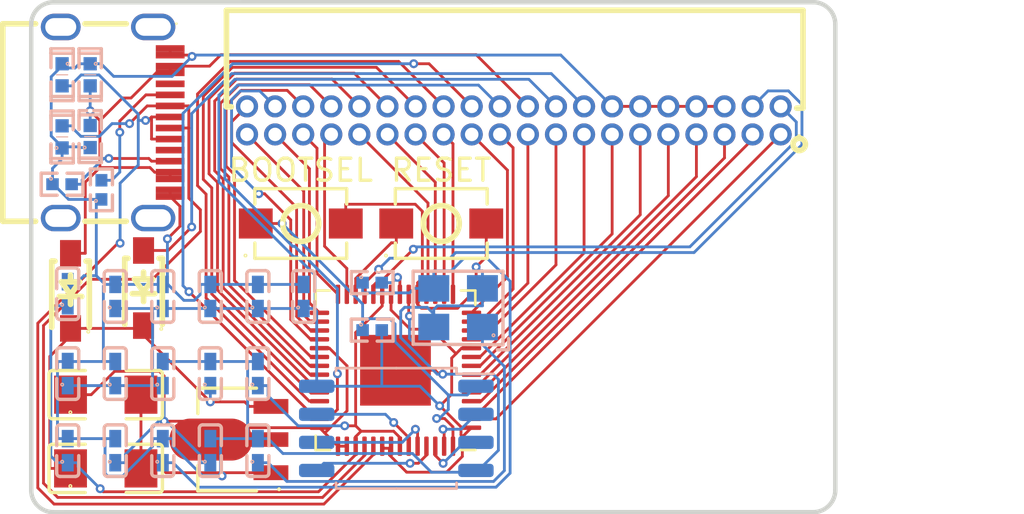
<source format=kicad_pcb>
(kicad_pcb (version 20221018) (generator pcbnew)
  (title_block (title "xtrapico") (date "2024-02-10") (rev "rev0") (company "zeriyoshi") (comment 1 "https://github.com/Breadstick-Innovations/22008-RP2040-Dev-Board.git") (comment 2 "Based by 22008-RP2040-Dev-Board"))
  (layers (0 "F.Cu" signal) (31 "B.Cu" signal) (34 "B.Paste" user) (35 "F.Paste" user) (36 "B.SilkS" user "B.Silkscreen") (37 "F.SilkS" user "F.Silkscreen") (38 "B.Mask" user) (39 "F.Mask" user) (44 "Edge.Cuts" user))
  (net 0 "")
  (net 1 "Net-(XTRAPI_U3-XIN)")
  (net 2 "GND")
  (net 3 "/+3V3")
  (net 4 "Net-(XTRAPI_X1-OSC2)")
  (net 5 "+1V1")
  (net 6 "Net-(XTRAPI_U4-INPUT)")
  (net 7 "/BOOTSEL")
  (net 8 "Net-(XTRAPI_U3-XOUT)")
  (net 9 "Net-(XTRAPI_U2-DO(IO1))")
  (net 10 "Net-(XTRAPI_U2-IO2)")
  (net 11 "Net-(XTRAPI_U2-DI(IO0))")
  (net 12 "Net-(XTRAPI_U2-CLK)")
  (net 13 "Net-(XTRAPI_U2-IO3)")
  (net 14 "/GPIO0")
  (net 15 "/GPIO1")
  (net 16 "/GPIO2")
  (net 17 "/GPIO3")
  (net 18 "/GPIO4")
  (net 19 "/GPIO5")
  (net 20 "/GPIO6")
  (net 21 "/GPIO7")
  (net 22 "/GPIO8")
  (net 23 "/GPIO9")
  (net 24 "/GPIO10")
  (net 25 "/GPIO11")
  (net 26 "/GPIO12")
  (net 27 "/GPIO13")
  (net 28 "/GPIO14")
  (net 29 "/GPIO15")
  (net 30 "/SWCLK")
  (net 31 "/SWD")
  (net 32 "/RUN")
  (net 33 "/GPIO16")
  (net 34 "/GPIO17")
  (net 35 "/GPIO18")
  (net 36 "/GPIO19")
  (net 37 "/GPIO20")
  (net 38 "/GPIO21")
  (net 39 "/GPIO22")
  (net 40 "/GPIO23")
  (net 41 "/GPIO24")
  (net 42 "/GPIO25")
  (net 43 "/GPIO26_ADC0")
  (net 44 "/GPIO27_ADC1")
  (net 45 "/GPIO28_ADC2")
  (net 46 "/GPIO29_ADC3")
  (net 47 "/USB_DN")
  (net 48 "/USB_DP")
  (net 49 "/VSYS")
  (net 50 "/VBUS")
  (net 52 "Net-(XTRA_J1-CC1)")
  (net 54 "Net-(XTRA_J1-CC2)")
  (footprint "JLCPCB:C1206" (layer "F.Cu") (at 18.2296 35.5956)
    (fp_text reference "XTRAPI_C14" hide)
    (fp_text value "CL31A107MQHNNNE" hide)
  )
  (footprint "JLCPCB:USB-C_SMD-TYPE-C-31-M-12" (layer "F.Cu") (at 18.669 19.939 -90)
    (fp_text reference "XTRA_J1" hide)
    (fp_text value "TYPE-C-31-M-12" hide)
  )
  (footprint "JLCPCB:CONN-TH_40P_X1321FR-2X20-C43D24" (layer "F.Cu") (at 36.6834 19.8439 180)
    (fp_text reference "XTRA_U5" hide)
    (fp_text value "X1321FR-2X20-C43D24" hide)
  )
  (footprint "JLCPCB:SOT-89-3_L4.5-W2.5-P1.50-LS4.2-BR" (layer "F.Cu") (at 24.3432 34.2899)
    (fp_text reference "XTRAPI_U4" hide)
    (fp_text value "AZ1117R-3_3TRE1" hide)
  )
  (footprint "JLCPCB:SW-SMD_L4.0-W2.9-LS5.0" (layer "F.Cu") (at 33.401 24.511)
    (fp_text reference "XTRA_SW_RESET1" hide)
    (fp_text value "TSA343G00-250J2" hide)
  )
  (footprint "JLCPCB:SOD-123_L2.7-W1.6-LS3.7-RD-1" (layer "F.Cu") (at 16.637 27.559 90)
    (fp_text reference "XTRAPI_U7" hide)
    (fp_text value "B5819W_C8598" hide)
  )
  (footprint "Package_DFN_QFN:QFN-56-1EP_7x7mm_P0.4mm_EP3.2x3.2mm" (layer "F.Cu") (at 31.331 31.153 180)
    (fp_text reference "XTRAPI_U3" hide)
    (fp_text value "RP2040" hide)
  )
  (footprint "JLCPCB:C1206" (layer "F.Cu") (at 18.2296 32.258)
    (fp_text reference "XTRAPI_C4" hide)
    (fp_text value "CL31A107MQHNNNE" hide)
  )
  (footprint "JLCPCB:SOD-123_L2.7-W1.6-LS3.7-RD-1" (layer "F.Cu") (at 19.939 27.432 90)
    (fp_text reference "XTRAPI_U6" hide)
    (fp_text value "B5819W_C8598" hide)
  )
  (footprint "JLCPCB:SW-SMD_L4.0-W2.9-LS5.0" (layer "F.Cu") (at 27.0479 24.511)
    (fp_text reference "XTRA_SW_BOOTSEL1" hide)
    (fp_text value "TSA343G00-250J2" hide)
  )
  (footprint "Package_SO:SOIC-8_5.23x5.23mm_P1.27mm" (layer "B.Cu") (at 31.369 33.782 180)
    (fp_text reference "XTRAPI_U2" hide)
    (fp_text value "W25Q128JVS" hide)
  )
  (footprint "JLCPCB:C0402" (layer "B.Cu") (at 27.178 27.813 90)
    (fp_text reference "XTRAPI_C13" hide)
    (fp_text value "CL05A106MQ5NUNC" hide)
  )
  (footprint "JLCPCB:C0402" (layer "B.Cu") (at 16.51 34.7926 90)
    (fp_text reference "XTRAPI_C6" hide)
    (fp_text value "CL05A106MQ5NUNC" hide)
  )
  (footprint "JLCPCB:C0402" (layer "B.Cu") (at 18.6596 27.813 90)
    (fp_text reference "XTRAPI_C18" hide)
    (fp_text value "CL05A106MQ5NUNC" hide)
  )
  (footprint "JLCPCB:C0402" (layer "B.Cu") (at 20.8092 27.813 90)
    (fp_text reference "XTRAPI_C17" hide)
    (fp_text value "CL05A106MQ5NUNC" hide)
  )
  (footprint "JLCPCB:R0402" (layer "B.Cu") (at 30.2778 29.337)
    (fp_text reference "XTRAPI_R2" hide)
    (fp_text value "0402WGF1002TCE" hide)
  )
  (footprint "JLCPCB:C0402" (layer "B.Cu") (at 16.51 31.3028 90)
    (fp_text reference "XTRAPI_C12" hide)
    (fp_text value "CL05A106MQ5NUNC" hide)
  )
  (footprint "JLCPCB:C0402" (layer "B.Cu") (at 22.9588 31.3028 90)
    (fp_text reference "XTRAPI_C9" hide)
    (fp_text value "CL05A106MQ5NUNC" hide)
  )
  (footprint "JLCPCB:C0402" (layer "B.Cu") (at 25.1084 27.813 90)
    (fp_text reference "XTRAPI_C15" hide)
    (fp_text value "CL05A106MQ5NUNC" hide)
  )
  (footprint "JLCPCB:C0402" (layer "B.Cu") (at 18.6596 34.7926 90)
    (fp_text reference "XTRAPI_C5" hide)
    (fp_text value "CL05A106MQ5NUNC" hide)
  )
  (footprint "JLCPCB:C0402" (layer "B.Cu") (at 25.1084 31.3028 90)
    (fp_text reference "XTRAPI_C8" hide)
    (fp_text value "CL05A106MQ5NUNC" hide)
  )
  (footprint "JLCPCB:D0402-BI" (layer "B.Cu") (at 17.526 20.574 90)
    (fp_text reference "XTRA_D1" hide)
    (fp_text value "0402ESDA-05N" hide)
  )
  (footprint "JLCPCB:R0402" (layer "B.Cu") (at 16.256 22.733)
    (fp_text reference "XTRA_R1" hide)
    (fp_text value "0402WGF5101TCE" hide)
  )
  (footprint "JLCPCB:D0402-BI" (layer "B.Cu") (at 17.526 17.78 -90)
    (fp_text reference "XTRA_D2" hide)
    (fp_text value "0402ESDA-05N" hide)
  )
  (footprint "JLCPCB:C0402" (layer "B.Cu") (at 22.9588 27.813 90)
    (fp_text reference "XTRAPI_C16" hide)
    (fp_text value "CL05A106MQ5NUNC" hide)
  )
  (footprint "JLCPCB:OSC-SMD_4P-L3.2-W2.5-BL" (layer "B.Cu") (at 34.163 28.321 180)
    (fp_text reference "XTRAPI_X1" hide)
    (fp_text value "X322512MSB4SI" hide)
  )
  (footprint "JLCPCB:D0402-BI" (layer "B.Cu") (at 16.256 20.59 90)
    (fp_text reference "XTRA_D4" hide)
    (fp_text value "0402ESDA-05N" hide)
  )
  (footprint "JLCPCB:R0402" (layer "B.Cu") (at 30.2778 27.1874)
    (fp_text reference "XTRAPI_R4" hide)
    (fp_text value "0402WGF1001TCE" hide)
  )
  (footprint "JLCPCB:C0402" (layer "B.Cu") (at 20.8092 34.7926 90)
    (fp_text reference "XTRAPI_C3" hide)
    (fp_text value "0402CG300J500NT" hide)
  )
  (footprint "JLCPCB:R0402" (layer "B.Cu") (at 18.034 22.987 90)
    (fp_text reference "XTRA_R3" hide)
    (fp_text value "0402WGF5101TCE" hide)
  )
  (footprint "JLCPCB:C0402" (layer "B.Cu") (at 22.9588 34.7926 90)
    (fp_text reference "XTRAPI_C2" hide)
    (fp_text value "CL05A106MQ5NUNC" hide)
  )
  (footprint "JLCPCB:C0402" (layer "B.Cu") (at 16.51 27.6886 90)
    (fp_text reference "XTRAPI_C7" hide)
    (fp_text value "CL05A106MQ5NUNC" hide)
  )
  (footprint "JLCPCB:C0402" (layer "B.Cu") (at 18.6596 31.3028 90)
    (fp_text reference "XTRAPI_C11" hide)
    (fp_text value "CL05A106MQ5NUNC" hide)
  )
  (footprint "JLCPCB:C0402" (layer "B.Cu") (at 25.1084 34.7926 90)
    (fp_text reference "XTRAPI_C1" hide)
    (fp_text value "0402CG300J500NT" hide)
  )
  (footprint "JLCPCB:D0402-BI" (layer "B.Cu") (at 16.256 17.78 -90)
    (fp_text reference "XTRA_D3" hide)
    (fp_text value "0402ESDA-05N" hide)
  )
  (footprint "JLCPCB:C0402" (layer "B.Cu") (at 20.8092 31.3028 90)
    (fp_text reference "XTRAPI_C10" hide)
    (fp_text value "CL05A106MQ5NUNC" hide)
  )
  (gr_arc (start 50.219893 14.494) (mid 50.927 14.786893) (end 51.219893 15.494) (stroke (width 0.2)) (layer "Edge.Cuts"))
  (gr_arc (start 51.219893 36.576) (mid 50.927 37.283107) (end 50.219893 37.576) (stroke (width 0.2)) (layer "Edge.Cuts"))
  (gr_line (start 50.219893 37.576) (end 15.859 37.579) (stroke (width 0.2)) (layer "Edge.Cuts"))
  (gr_line (start 51.219893 36.576) (end 51.219893 15.494) (stroke (width 0.2)) (layer "Edge.Cuts"))
  (gr_line (start 14.859 36.576) (end 14.859 15.497) (stroke (width 0.2)) (layer "Edge.Cuts"))
  (gr_arc (start 14.859 15.497) (mid 15.151892 14.789892) (end 15.859 14.497) (stroke (width 0.2)) (layer "Edge.Cuts"))
  (gr_line (start 15.859 14.497) (end 50.219893 14.494) (stroke (width 0.2)) (layer "Edge.Cuts"))
  (gr_arc (start 15.859 37.576) (mid 15.151889 37.283111) (end 14.859 36.576) (stroke (width 0.2)) (layer "Edge.Cuts"))
  (segment (start 31.931 28.6686) (end 31.9636 28.7012) (width 0.127) (layer "F.Cu") (net 1))
  (segment (start 31.931 27.7155) (end 31.931 28.6686) (width 0.127) (layer "F.Cu") (net 1))
  (via (at 31.9636 28.7012) (size 0.4) (drill 0.2) (layers "F.Cu" "B.Cu") (net 1))
  (segment (start 36.2554 30.9807) (end 36.2554 35.695) (width 0.127) (layer "B.Cu") (net 1))
  (segment (start 35.7654 36.185) (end 26.4181 36.185) (width 0.127) (layer "B.Cu") (net 1))
  (segment (start 25.1084 35.3377) (end 25.5708 35.3377) (width 0.127) (layer "B.Cu") (net 1))
  (segment (start 35.2631 29.196) (end 35.2631 29.9884) (width 0.127) (layer "B.Cu") (net 1))
  (segment (start 26.4181 36.185) (end 25.5708 35.3377) (width 0.127) (layer "B.Cu") (net 1))
  (segment (start 31.9636 29.7116) (end 31.9636 28.7012) (width 0.127) (layer "B.Cu") (net 1))
  (segment (start 36.2554 35.695) (end 35.7654 36.185) (width 0.127) (layer "B.Cu") (net 1))
  (segment (start 35.2631 29.9884) (end 32.2404 29.9884) (width 0.127) (layer "B.Cu") (net 1))
  (segment (start 32.2404 29.9884) (end 31.9636 29.7116) (width 0.127) (layer "B.Cu") (net 1))
  (segment (start 35.2631 29.9884) (end 36.2554 30.9807) (width 0.127) (layer "B.Cu") (net 1))
  (segment (start 21.1431 16.889) (end 21.9855 16.889) (width 0.127) (layer "F.Cu") (net 2))
  (segment (start 20.9514 35.7899) (end 20.7571 35.5956) (width 0.127) (layer "F.Cu") (net 2))
  (segment (start 42.3988 19.209) (end 43.6688 19.209) (width 0.127) (layer "F.Cu") (net 2))
  (segment (start 33.3 31.3296) (end 33.1234 31.153) (width 0.127) (layer "F.Cu") (net 2))
  (segment (start 32.5455 26.9796) (end 32.331 27.1941) (width 0.127) (layer "F.Cu") (net 2))
  (segment (start 29.083 24.511) (end 29.083 23.6386) (width 0.127) (layer "F.Cu") (net 2))
  (segment (start 22.0708 16.889) (end 22.1311 16.9493) (width 0.127) (layer "F.Cu") (net 2))
  (segment (start 23.4906 35.7899) (end 20.9514 35.7899) (width 0.127) (layer "F.Cu") (net 2))
  (segment (start 21.9855 16.889) (end 22.0708 16.889) (width 0.127) (layer "F.Cu") (net 2))
  (segment (start 19.8222 35.5956) (end 19.8222 34.5392) (width 0.127) (layer "F.Cu") (net 2))
  (segment (start 19.8222 35.5956) (end 20.7571 35.5956) (width 0.127) (layer "F.Cu") (net 2))
  (segment (start 32.331 28.1702) (end 32.331 27.7155) (width 0.127) (layer "F.Cu") (net 2))
  (segment (start 35.4361 26.0194) (end 34.9788 26.4767) (width 0.127) (layer "F.Cu") (net 2))
  (segment (start 41.1288 19.209) (end 42.3988 19.209) (width 0.127) (layer "F.Cu") (net 2))
  (segment (start 43.6688 19.209) (end 44.939 19.209) (width 0.127) (layer "F.Cu") (net 2))
  (segment (start 32.331 27.1941) (end 32.331 27.7155) (width 0.127) (layer "F.Cu") (net 2))
  (segment (start 21.1431 16.889) (end 21.1431 16.589) (width 0.127) (layer "F.Cu") (net 2))
  (segment (start 25.6994 35.7899) (end 23.4906 35.7899) (width 0.127) (layer "F.Cu") (net 2))
  (segment (start 23.4906 35.7899) (end 23.4906 35.9361) (width 0.127) (layer "F.Cu") (net 2))
  (segment (start 21.0182 25.2053) (end 21.5825 24.641) (width 0.127) (layer "F.Cu") (net 2))
  (segment (start 29.083 23.6386) (end 32.2264 23.6386) (width 0.127) (layer "F.Cu") (net 2))
  (segment (start 34.9788 26.4767) (end 34.9788 27.5052) (width 0.127) (layer "F.Cu") (net 2))
  (segment (start 21.1431 22.989) (end 21.1431 23.289) (width 0.127) (layer "F.Cu") (net 2))
  (segment (start 21.5825 24.641) (end 21.5825 23.7284) (width 0.127) (layer "F.Cu") (net 2))
  (segment (start 34.9788 27.5052) (end 34.1358 28.3482) (width 0.127) (layer "F.Cu") (net 2))
  (segment (start 32.5455 23.9577) (end 32.5455 26.9796) (width 0.127) (layer "F.Cu") (net 2))
  (segment (start 31.331 31.153) (end 33.1234 31.153) (width 0.127) (layer "F.Cu") (net 2))
  (segment (start 33.4665 31.3296) (end 33.3 31.3296) (width 0.127) (layer "F.Cu") (net 2))
  (segment (start 34.1358 28.3482) (end 32.509 28.3482) (width 0.127) (layer "F.Cu") (net 2))
  (segment (start 35.4361 24.511) (end 35.4361 26.0194) (width 0.127) (layer "F.Cu") (net 2))
  (segment (start 32.509 28.3482) (end 32.331 28.1702) (width 0.127) (layer "F.Cu") (net 2))
  (segment (start 32.2264 23.6386) (end 32.5455 23.9577) (width 0.127) (layer "F.Cu") (net 2))
  (segment (start 19.8222 32.258) (end 19.8222 34.5392) (width 0.127) (layer "F.Cu") (net 2))
  (segment (start 44.939 19.209) (end 46.209 19.209) (width 0.127) (layer "F.Cu") (net 2))
  (segment (start 21.5825 23.7284) (end 21.1431 23.289) (width 0.127) (layer "F.Cu") (net 2))
  (via (at 34.9788 26.4767) (size 0.4) (drill 0.2) (layers "F.Cu" "B.Cu") (net 2))
  (via (at 23.4906 35.9361) (size 0.4) (drill 0.2) (layers "F.Cu" "B.Cu") (net 2))
  (via (at 22.1311 16.9493) (size 0.4) (drill 0.2) (layers "F.Cu" "B.Cu") (net 2))
  (via (at 33.4665 31.3296) (size 0.4) (drill 0.2) (layers "F.Cu" "B.Cu") (net 2))
  (via (at 21.0182 25.2053) (size 0.4) (drill 0.2) (layers "F.Cu" "B.Cu") (net 2))
  (segment (start 21.2716 34.5943) (end 21.2716 34.2475) (width 0.127) (layer "B.Cu") (net 2))
  (segment (start 23.4212 27.2679) (end 24.646 27.2679) (width 0.127) (layer "B.Cu") (net 2))
  (segment (start 17.8028 26.872) (end 18.1987 27.2679) (width 0.127) (layer "B.Cu") (net 2))
  (segment (start 35.1557 26.6536) (end 34.9788 26.4767) (width 0.127) (layer "B.Cu") (net 2))
  (segment (start 34.8873 35.7687) (end 34.969 35.687) (width 0.127) (layer "B.Cu") (net 2))
  (segment (start 21.7621 27.9896) (end 22.2371 27.9896) (width 0.127) (layer "B.Cu") (net 2))
  (segment (start 33.2281 28.2384) (end 33.0629 28.4036) (width 0.127) (layer "B.Cu") (net 2))
  (segment (start 24.646 30.7577) (end 22.9588 30.7577) (width 0.127) (layer "B.Cu") (net 2))
  (segment (start 20.3468 34.2475) (end 20.3468 34.5943) (width 0.127) (layer "B.Cu") (net 2))
  (segment (start 23.489 35.9361) (end 23.4906 35.9361) (width 0.127) (layer "B.Cu") (net 2))
  (segment (start 22.9588 27.2679) (end 22.4964 27.2679) (width 0.127) (layer "B.Cu") (net 2))
  (segment (start 31.7418 28.3055) (end 32.7667 28.3055) (width 0.127) (layer "B.Cu") (net 2))
  (segment (start 33.4665 31.3296) (end 33.2197 31.3296) (width 0.127) (layer "B.Cu") (net 2))
  (segment (start 18.6596 27.2679) (end 18.1987 27.2679) (width 0.127) (layer "B.Cu") (net 2))
  (segment (start 16.256 21.5824) (end 15.8232 22.0152) (width 0.127) (layer "B.Cu") (net 2))
  (segment (start 31.568 28.4793) (end 31.7418 28.3055) (width 0.127) (layer "B.Cu") (net 2))
  (segment (start 24.646 34.2475) (end 23.4212 34.2475) (width 0.127) (layer "B.Cu") (net 2))
  (segment (start 32.9532 35.7687) (end 34.8873 35.7687) (width 0.127) (layer "B.Cu") (net 2))
  (segment (start 18.3172 35.9428) (end 18.1972 35.8228) (width 0.127) (layer "B.Cu") (net 2))
  (segment (start 25.1084 30.7577) (end 24.646 30.7577) (width 0.127) (layer "B.Cu") (net 2))
  (segment (start 16.256 21.0404) (end 17 21.0404) (width 0.127) (layer "B.Cu") (net 2))
  (segment (start 16.5507 23.4198) (end 17.5716 23.4198) (width 0.127) (layer "B.Cu") (net 2))
  (segment (start 35.2631 26.6536) (end 35.1557 26.6536) (width 0.127) (layer "B.Cu") (net 2))
  (segment (start 18.1972 35.8228) (end 18.1972 34.2475) (width 0.127) (layer "B.Cu") (net 2))
  (segment (start 16.256 21.09) (end 16.256 21.0404) (width 0.127) (layer "B.Cu") (net 2))
  (segment (start 20.3468 34.5943) (end 18.9983 35.9428) (width 0.127) (layer "B.Cu") (net 2))
  (segment (start 22.9588 30.7577) (end 21.2716 30.7577) (width 0.127) (layer "B.Cu") (net 2))
  (segment (start 16.256 17.3751) (end 16.256 17.4702) (width 0.127) (layer "B.Cu") (net 2))
  (segment (start 23.4212 35.8683) (end 23.489 35.9361) (width 0.127) (layer "B.Cu") (net 2))
  (segment (start 16.2788 30.7577) (end 16.51 30.7577) (width 0.127) (layer "B.Cu") (net 2))
  (segment (start 33.2197 31.3296) (end 31.568 29.6779) (width 0.127) (layer "B.Cu") (net 2))
  (segment (start 18.5884 17.85) (end 18.0184 17.28) (width 0.127) (layer "B.Cu") (net 2))
  (segment (start 22.4964 27.7303) (end 22.4964 27.2679) (width 0.127) (layer "B.Cu") (net 2))
  (segment (start 20.6936 27.2679) (end 20.3468 27.2679) (width 0.127) (layer "B.Cu") (net 2))
  (segment (start 18.9983 35.9428) (end 18.3172 35.9428) (width 0.127) (layer "B.Cu") (net 2))
  (segment (start 15.8232 22.0152) (end 15.8232 22.6402) (width 0.127) (layer "B.Cu") (net 2))
  (segment (start 15.8232 22.6923) (end 16.5507 23.4198) (width 0.127) (layer "B.Cu") (net 2))
  (segment (start 35.2631 27.446) (end 35.2631 26.6536) (width 0.127) (layer "B.Cu") (net 2))
  (segment (start 16.256 17.3751) (end 15.7636 17.8675) (width 0.127) (layer "B.Cu") (net 2))
  (segment (start 22.1941 16.8863) (end 22.1311 16.9493) (width 0.127) (layer "B.Cu") (net 2))
  (segment (start 16.256 17.4702) (end 16.8434 17.4702) (width 0.127) (layer "B.Cu") (net 2))
  (segment (start 16.51 30.7577) (end 18.122 30.7577) (width 0.127) (layer "B.Cu") (net 2))
  (segment (start 35.9845 34.778) (end 35.0755 35.687) (width 0.127) (layer "B.Cu") (net 2))
  (segment (start 22.2371 27.9896) (end 22.4964 27.7303) (width 0.127) (layer "B.Cu") (net 2))
  (segment (start 16.256 17.28) (end 16.256 17.3751) (width 0.127) (layer "B.Cu") (net 2))
  (segment (start 35.9845 31.567) (end 35.9845 34.778) (width 0.127) (layer "B.Cu") (net 2))
  (segment (start 25.5708 34.2475) (end 26.244 34.9207) (width 0.127) (layer "B.Cu") (net 2))
  (segment (start 16.0476 34.2475) (end 16.0476 30.7577) (width 0.127) (layer "B.Cu") (net 2))
  (segment (start 17.526 17.28) (end 17.0336 17.28) (width 0.127) (layer "B.Cu") (net 2))
  (segment (start 20.8092 34.2475) (end 20.3468 34.2475) (width 0.127) (layer "B.Cu") (net 2))
  (segment (start 15.8232 22.6402) (end 15.8232 22.733) (width 0.127) (layer "B.Cu") (net 2))
  (segment (start 16.51 34.2475) (end 18.1972 34.2475) (width 0.127) (layer "B.Cu") (net 2))
  (segment (start 22.1311 16.9493) (end 21.2304 17.85) (width 0.127) (layer "B.Cu") (net 2))
  (segment (start 24.8772 34.2475) (end 25.1084 34.2475) (width 0.127) (layer "B.Cu") (net 2))
  (segment (start 18.6596 34.2475) (end 18.1972 34.2475) (width 0.127) (layer "B.Cu") (net 2))
  (segment (start 20.8092 34.2475) (end 21.2716 34.2475) (width 0.127) (layer "B.Cu") (net 2))
  (segment (start 20.8092 27.2679) (end 21.0404 27.2679) (width 0.127) (layer "B.Cu") (net 2))
  (segment (start 33.0629 28.6017) (end 33.0629 28.4036) (width 0.127) (layer "B.Cu") (net 2))
  (segment (start 17.2439 26.872) (end 16.9724 27.1435) (width 0.127) (layer "B.Cu") (net 2))
  (segment (start 38.8061 16.8863) (end 22.1941 16.8863) (width 0.127) (layer "B.Cu") (net 2))
  (segment (start 18.034 23.4198) (end 17.8028 23.4198) (width 0.127) (layer "B.Cu") (net 2))
  (segment (start 17.526 21.074) (end 17.0336 21.074) (width 0.127) (layer "B.Cu") (net 2))
  (segment (start 18.6596 27.2679) (end 19.122 27.2679) (width 0.127) (layer "B.Cu") (net 2))
  (segment (start 18.122 30.7577) (end 18.6596 30.7577) (width 0.127) (layer "B.Cu") (net 2))
  (segment (start 27.178 27.2679) (end 25.1084 27.2679) (width 0.127) (layer "B.Cu") (net 2))
  (segment (start 18.122 27.3446) (end 18.122 30.7577) (width 0.127) (layer "B.Cu") (net 2))
  (segment (start 32.1052 34.9207) (end 32.9532 35.7687) (width 0.127) (layer "B.Cu") (net 2))
  (segment (start 32.7667 28.3055) (end 33.0629 28.6017) (width 0.127) (layer "B.Cu") (net 2))
  (segment (start 23.4212 34.2475) (end 23.4212 35.8683) (width 0.127) (layer "B.Cu") (net 2))
  (segment (start 21.0182 27.2457) (end 21.0404 27.2679) (width 0.127) (layer "B.Cu") (net 2))
  (segment (start 41.1288 19.209) (end 38.8061 16.8863) (width 0.127) (layer "B.Cu") (net 2))
  (segment (start 17.526 17.28) (end 18.0184 17.28) (width 0.127) (layer "B.Cu") (net 2))
  (segment (start 17 21.0404) (end 17.0336 21.074) (width 0.127) (layer "B.Cu") (net 2))
  (segment (start 23.4212 35.8683) (end 23.3644 35.9251) (width 0.127) (layer "B.Cu") (net 2))
  (segment (start 16.51 27.1435) (end 16.9724 27.1435) (width 0.127) (layer "B.Cu") (net 2))
  (segment (start 35.2631 27.446) (end 35.2631 28.2384) (width 0.127) (layer "B.Cu") (net 2))
  (segment (start 23.3644 35.9251) (end 22.6024 35.9251) (width 0.127) (layer "B.Cu") (net 2))
  (segment (start 22.9588 34.2475) (end 23.4212 34.2475) (width 0.127) (layer "B.Cu") (net 2))
  (segment (start 20.8092 30.7577) (end 21.2716 30.7577) (width 0.127) (layer "B.Cu") (net 2))
  (segment (start 21.0404 27.2679) (end 21.7621 27.9896) (width 0.127) (layer "B.Cu") (net 2))
  (segment (start 33.4665 31.3296) (end 35.7471 31.3296) (width 0.127) (layer "B.Cu") (net 2))
  (segment (start 24.8772 34.2475) (end 24.646 34.2475) (width 0.127) (layer "B.Cu") (net 2))
  (segment (start 22.6024 35.9251) (end 21.2716 34.5943) (width 0.127) (layer "B.Cu") (net 2))
  (segment (start 35.0755 35.687) (end 34.969 35.687) (width 0.127) (layer "B.Cu") (net 2))
  (segment (start 24.646 30.7577) (end 24.646 34.2475) (width 0.127) (layer "B.Cu") (net 2))
  (segment (start 21.0182 25.2053) (end 21.0182 27.2457) (width 0.127) (layer "B.Cu") (net 2))
  (segment (start 15.7636 20.548) (end 16.256 21.0404) (width 0.127) (layer "B.Cu") (net 2))
  (segment (start 15.7636 17.8675) (end 15.7636 20.548) (width 0.127) (layer "B.Cu") (net 2))
  (segment (start 18.1987 27.2679) (end 18.122 27.3446) (width 0.127) (layer "B.Cu") (net 2))
  (segment (start 26.244 34.9207) (end 32.1052 34.9207) (width 0.127) (layer "B.Cu") (net 2))
  (segment (start 16.8434 17.4702) (end 17.0336 17.28) (width 0.127) (layer "B.Cu") (net 2))
  (segment (start 19.122 27.2679) (end 20.3468 27.2679) (width 0.127) (layer "B.Cu") (net 2))
  (segment (start 25.1084 27.2679) (end 24.646 27.2679) (width 0.127) (layer "B.Cu") (net 2))
  (segment (start 33.0629 29.196) (end 33.0629 28.7998) (width 0.127) (layer "B.Cu") (net 2))
  (segment (start 25.1084 34.2475) (end 25.5708 34.2475) (width 0.127) (layer "B.Cu") (net 2))
  (segment (start 20.6936 27.2679) (end 20.8092 27.2679) (width 0.127) (layer "B.Cu") (net 2))
  (segment (start 21.2304 17.85) (end 18.5884 17.85) (width 0.127) (layer "B.Cu") (net 2))
  (segment (start 33.0629 28.7998) (end 33.0629 28.6017) (width 0.127) (layer "B.Cu") (net 2))
  (segment (start 17.8028 23.4198) (end 17.8028 26.872) (width 0.127) (layer "B.Cu") (net 2))
  (segment (start 22.9588 27.2679) (end 23.4212 27.2679) (width 0.127) (layer "B.Cu") (net 2))
  (segment (start 16.51 34.2475) (end 16.0476 34.2475) (width 0.127) (layer "B.Cu") (net 2))
  (segment (start 17.8028 26.872) (end 17.2439 26.872) (width 0.127) (layer "B.Cu") (net 2))
  (segment (start 15.8232 22.6402) (end 15.8232 22.6923) (width 0.127) (layer "B.Cu") (net 2))
  (segment (start 16.256 21.09) (end 16.256 21.5824) (width 0.127) (layer "B.Cu") (net 2))
  (segment (start 35.2631 28.2384) (end 33.2281 28.2384) (width 0.127) (layer "B.Cu") (net 2))
  (segment (start 17.8028 23.4198) (end 17.5716 23.4198) (width 0.127) (layer "B.Cu") (net 2))
  (segment (start 31.568 29.6779) (end 31.568 28.4793) (width 0.127) (layer "B.Cu") (net 2))
  (segment (start 16.2788 30.7577) (end 16.0476 30.7577) (width 0.127) (layer "B.Cu") (net 2))
  (segment (start 35.7471 31.3296) (end 35.9845 31.567) (width 0.127) (layer "B.Cu") (net 2))
  (segment (start 33.3459 32.7636) (end 33.3282 32.7636) (width 0.127) (layer "F.Cu") (net 3))
  (segment (start 34.7685 33.753) (end 34.381 34.1405) (width 0.127) (layer "F.Cu") (net 3))
  (segment (start 34.3548 34.1405) (end 34.3548 35.053) (width 0.127) (layer "F.Cu") (net 3))
  (segment (start 28.1355 33.995) (end 29.1414 32.9891) (width 0.127) (layer "F.Cu") (net 3))
  (segment (start 31.131 27.7155) (end 31.131 28.4301) (width 0.127) (layer "F.Cu") (net 3))
  (segment (start 34.2942 33.7179) (end 33.3459 32.7696) (width 0.127) (layer "F.Cu") (net 3))
  (segment (start 31.8373 35.7672) (end 31.0557 34.9856) (width 0.127) (layer "F.Cu") (net 3))
  (segment (start 33.6406 35.7672) (end 31.8373 35.7672) (width 0.127) (layer "F.Cu") (net 3))
  (segment (start 29.1414 30.9533) (end 28.3411 30.153) (width 0.127) (layer "F.Cu") (net 3))
  (segment (start 33.3459 32.7696) (end 33.3459 32.7636) (width 0.127) (layer "F.Cu") (net 3))
  (segment (start 20.6573 31.2016) (end 18.6283 31.2016) (width 0.127) (layer "F.Cu") (net 3))
  (segment (start 32.9622 29.2957) (end 34.0701 30.4035) (width 0.127) (layer "F.Cu") (net 3))
  (segment (start 34.0701 30.4035) (end 34.3206 30.153) (width 0.127) (layer "F.Cu") (net 3))
  (segment (start 29.131 34.5905) (end 28.731 34.5905) (width 0.127) (layer "F.Cu") (net 3))
  (segment (start 27.8935 33.753) (end 28.1355 33.995) (width 0.127) (layer "F.Cu") (net 3))
  (segment (start 33.8729 30.6007) (end 34.0701 30.4035) (width 0.127) (layer "F.Cu") (net 3))
  (segment (start 20.87 31.4143) (end 20.6573 31.2016) (width 0.127) (layer "F.Cu") (net 3))
  (segment (start 33.8729 32.2366) (end 33.8729 30.6007) (width 0.127) (layer "F.Cu") (net 3))
  (segment (start 22.157 33.46) (end 20.87 33.46) (width 0.127) (layer "F.Cu") (net 3))
  (segment (start 31.0557 34.6845) (end 30.825 34.6845) (width 0.127) (layer "F.Cu") (net 3))
  (segment (start 23.524 33.753) (end 22.987 34.29) (width 0.127) (layer "F.Cu") (net 3))
  (segment (start 31.9966 29.2957) (end 32.9622 29.2957) (width 0.127) (layer "F.Cu") (net 3))
  (segment (start 29.1414 32.9891) (end 29.1414 30.9533) (width 0.127) (layer "F.Cu") (net 3))
  (segment (start 18.6283 31.2016) (end 17.5719 32.258) (width 0.127) (layer "F.Cu") (net 3))
  (segment (start 20.87 33.46) (end 20.87 31.4143) (width 0.127) (layer "F.Cu") (net 3))
  (segment (start 33.3459 32.7636) (end 33.8729 32.2366) (width 0.127) (layer "F.Cu") (net 3))
  (segment (start 31.131 34.5905) (end 31.131 34.6092) (width 0.127) (layer "F.Cu") (net 3))
  (segment (start 34.3548 34.1405) (end 34.2942 34.0799) (width 0.127) (layer "F.Cu") (net 3))
  (segment (start 28.3411 30.153) (end 27.8935 30.153) (width 0.127) (layer "F.Cu") (net 3))
  (segment (start 34.3206 30.153) (end 34.7685 30.153) (width 0.127) (layer "F.Cu") (net 3))
  (segment (start 27.8935 33.753) (end 23.524 33.753) (width 0.127) (layer "F.Cu") (net 3))
  (segment (start 34.381 34.1405) (end 34.3548 34.1405) (width 0.127) (layer "F.Cu") (net 3))
  (segment (start 16.637 32.258) (end 17.5719 32.258) (width 0.127) (layer "F.Cu") (net 3))
  (segment (start 31.0557 34.9856) (end 31.0557 34.6845) (width 0.127) (layer "F.Cu") (net 3))
  (segment (start 31.131 34.6092) (end 31.0557 34.6845) (width 0.127) (layer "F.Cu") (net 3))
  (segment (start 30.825 34.6845) (end 30.731 34.5905) (width 0.127) (layer "F.Cu") (net 3))
  (segment (start 22.987 34.29) (end 22.157 33.46) (width 0.127) (layer "F.Cu") (net 3))
  (segment (start 28.1355 33.995) (end 28.731 34.5905) (width 0.127) (layer "F.Cu") (net 3))
  (segment (start 31.131 28.4301) (end 31.9966 29.2957) (width 0.127) (layer "F.Cu") (net 3))
  (segment (start 34.2942 34.0799) (end 34.2942 33.7179) (width 0.127) (layer "F.Cu") (net 3))
  (segment (start 34.3548 35.053) (end 33.6406 35.7672) (width 0.127) (layer "F.Cu") (net 3))
  (via (at 33.3282 32.7636) (size 0.4) (drill 0.2) (layers "F.Cu" "B.Cu") (net 3))
  (via (at 20.87 33.46) (size 0.4) (drill 0.2) (layers "F.Cu" "B.Cu") (net 3))
  (segment (start 25.1084 28.3581) (end 25.5708 28.3581) (width 0.127) (layer "B.Cu") (net 3))
  (segment (start 27.6967 26.8495) (end 27.6967 28.3003) (width 0.127) (layer "B.Cu") (net 3))
  (segment (start 38.5885 19.209) (end 37.3618 17.9823) (width 0.127) (layer "B.Cu") (net 3))
  (segment (start 27.769 28.4882) (end 27.6389 28.3581) (width 0.127) (layer "B.Cu") (net 3))
  (segment (start 27.6967 28.3003) (end 27.6389 28.3581) (width 0.127) (layer "B.Cu") (net 3))
  (segment (start 22.9588 28.3581) (end 22.7276 28.3581) (width 0.127) (layer "B.Cu") (net 3))
  (segment (start 20.87 32.4961) (end 20.8092 32.4353) (width 0.127) (layer "B.Cu") (net 3))
  (segment (start 21.2716 28.3581) (end 22.7276 28.3581) (width 0.127) (layer "B.Cu") (net 3))
  (segment (start 20.87 33.46) (end 20.87 32.4961) (width 0.127) (layer "B.Cu") (net 3))
  (segment (start 18.6596 31.8479) (end 19.122 31.8479) (width 0.127) (layer "B.Cu") (net 3))
  (segment (start 30.7106 31.877) (end 30.7106 29.337) (width 0.127) (layer "B.Cu") (net 3))
  (segment (start 27.769 31.877) (end 27.769 28.4882) (width 0.127) (layer "B.Cu") (net 3))
  (segment (start 20.3468 28.3581) (end 20.3468 31.8479) (width 0.127) (layer "B.Cu") (net 3))
  (segment (start 27.769 31.877) (end 30.7106 31.877) (width 0.127) (layer "B.Cu") (net 3))
  (segment (start 20.3468 31.8479) (end 19.122 31.8479) (width 0.127) (layer "B.Cu") (net 3))
  (segment (start 27.178 28.3581) (end 25.5708 28.3581) (width 0.127) (layer "B.Cu") (net 3))
  (segment (start 18.6596 28.3581) (end 19.122 28.3581) (width 0.127) (layer "B.Cu") (net 3))
  (segment (start 20.6205 33.46) (end 19.122 34.9585) (width 0.127) (layer "B.Cu") (net 3))
  (segment (start 20.8092 31.8479) (end 20.3468 31.8479) (width 0.127) (layer "B.Cu") (net 3))
  (segment (start 23.3454 18.7052) (end 23.3454 22.6327) (width 0.127) (layer "B.Cu") (net 3))
  (segment (start 27.178 28.3581) (end 27.576 28.3581) (width 0.127) (layer "B.Cu") (net 3))
  (segment (start 30.7106 31.877) (end 32.4416 31.877) (width 0.127) (layer "B.Cu") (net 3))
  (segment (start 20.8092 31.8479) (end 20.8092 32.4353) (width 0.127) (layer "B.Cu") (net 3))
  (segment (start 22.4964 35.3377) (end 22.4964 34.9765) (width 0.127) (layer "B.Cu") (net 3))
  (segment (start 20.8092 28.3581) (end 20.3468 28.3581) (width 0.127) (layer "B.Cu") (net 3))
  (segment (start 18.6596 31.8479) (end 16.51 31.8479) (width 0.127) (layer "B.Cu") (net 3))
  (segment (start 27.576 28.3581) (end 27.6389 28.3581) (width 0.127) (layer "B.Cu") (net 3))
  (segment (start 18.6596 35.3377) (end 19.122 35.3377) (width 0.127) (layer "B.Cu") (net 3))
  (segment (start 22.9588 28.3581) (end 25.1084 28.3581) (width 0.127) (layer "B.Cu") (net 3))
  (segment (start 20.87 33.46) (end 20.6205 33.46) (width 0.127) (layer "B.Cu") (net 3))
  (segment (start 26.729 26.0163) (end 26.8635 26.0163) (width 0.127) (layer "B.Cu") (net 3))
  (segment (start 20.3468 28.3581) (end 19.122 28.3581) (width 0.127) (layer "B.Cu") (net 3))
  (segment (start 20.8092 28.3581) (end 21.2716 28.3581) (width 0.127) (layer "B.Cu") (net 3))
  (segment (start 22.9588 35.3377) (end 22.4964 35.3377) (width 0.127) (layer "B.Cu") (net 3))
  (segment (start 26.8635 26.0163) (end 27.6967 26.8495) (width 0.127) (layer "B.Cu") (net 3))
  (segment (start 20.9799 33.46) (end 20.87 33.46) (width 0.127) (layer "B.Cu") (net 3))
  (segment (start 22.4964 34.9765) (end 20.9799 33.46) (width 0.127) (layer "B.Cu") (net 3))
  (segment (start 37.3618 17.9823) (end 24.0683 17.9823) (width 0.127) (layer "B.Cu") (net 3))
  (segment (start 32.4416 31.877) (end 33.3282 32.7636) (width 0.127) (layer "B.Cu") (net 3))
  (segment (start 24.0683 17.9823) (end 23.3454 18.7052) (width 0.127) (layer "B.Cu") (net 3))
  (segment (start 23.3454 22.6327) (end 26.729 26.0163) (width 0.127) (layer "B.Cu") (net 3))
  (segment (start 19.122 34.9585) (end 19.122 35.3377) (width 0.127) (layer "B.Cu") (net 3))
  (segment (start 29.845 27.6498) (end 31.9667 27.6498) (width 0.127) (layer "B.Cu") (net 4))
  (segment (start 22.3799 36.446) (end 21.2716 35.3377) (width 0.127) (layer "B.Cu") (net 4))
  (segment (start 29.845 27.1874) (end 29.845 27.6498) (width 0.127) (layer "B.Cu") (net 4))
  (segment (start 36.5144 35.8093) (end 35.8777 36.446) (width 0.127) (layer "B.Cu") (net 4))
  (segment (start 35.8777 36.446) (end 22.3799 36.446) (width 0.127) (layer "B.Cu") (net 4))
  (segment (start 31.9667 27.6498) (end 32.1705 27.446) (width 0.127) (layer "B.Cu") (net 4))
  (segment (start 33.0629 27.446) (end 32.1705 27.446) (width 0.127) (layer "B.Cu") (net 4))
  (segment (start 36.5144 27.125) (end 36.5144 35.8093) (width 0.127) (layer "B.Cu") (net 4))
  (segment (start 34.4259 26.083) (end 35.4724 26.083) (width 0.127) (layer "B.Cu") (net 4))
  (segment (start 35.4724 26.083) (end 36.5144 27.125) (width 0.127) (layer "B.Cu") (net 4))
  (segment (start 33.0629 27.446) (end 33.0629 26.6536) (width 0.127) (layer "B.Cu") (net 4))
  (segment (start 20.8092 35.3377) (end 21.2716 35.3377) (width 0.127) (layer "B.Cu") (net 4))
  (segment (start 33.0629 26.6536) (end 33.8553 26.6536) (width 0.127) (layer "B.Cu") (net 4))
  (segment (start 33.8553 26.6536) (end 34.4259 26.083) (width 0.127) (layer "B.Cu") (net 4))
  (segment (start 31.247 33.913) (end 29.7757 33.913) (width 0.127) (layer "F.Cu") (net 5))
  (segment (start 29.531 34.5905) (end 29.531 34.9711) (width 0.127) (layer "F.Cu") (net 5))
  (segment (start 29.7757 33.913) (end 29.531 34.1577) (width 0.127) (layer "F.Cu") (net 5))
  (segment (start 29.53 33.6673) (end 29.0355 33.6673) (width 0.127) (layer "F.Cu") (net 5))
  (segment (start 18.1156 36.652) (end 17.9781 36.5145) (width 0.127) (layer "F.Cu") (net 5))
  (segment (start 27.8501 36.652) (end 18.1156 36.652) (width 0.127) (layer "F.Cu") (net 5))
  (segment (start 31.531 34.5905) (end 31.531 34.197) (width 0.127) (layer "F.Cu") (net 5))
  (segment (start 29.531 34.9711) (end 27.8501 36.652) (width 0.127) (layer "F.Cu") (net 5))
  (segment (start 29.53 29.4447) (end 29.53 33.6673) (width 0.127) (layer "F.Cu") (net 5))
  (segment (start 30.731 28.2437) (end 29.53 29.4447) (width 0.127) (layer "F.Cu") (net 5))
  (segment (start 29.7757 33.913) (end 29.53 33.6673) (width 0.127) (layer "F.Cu") (net 5))
  (segment (start 30.731 27.7155) (end 30.731 28.2437) (width 0.127) (layer "F.Cu") (net 5))
  (segment (start 31.531 34.197) (end 31.247 33.913) (width 0.127) (layer "F.Cu") (net 5))
  (segment (start 29.531 34.1577) (end 29.531 34.5905) (width 0.127) (layer "F.Cu") (net 5))
  (via (at 29.0355 33.6673) (size 0.4) (drill 0.2) (layers "F.Cu" "B.Cu") (net 5))
  (via (at 17.9781 36.5145) (size 0.4) (drill 0.2) (layers "F.Cu" "B.Cu") (net 5))
  (segment (start 16.0476 35.3377) (end 15.7459 35.036) (width 0.127) (layer "B.Cu") (net 5))
  (segment (start 15.7459 28.5354) (end 16.0476 28.2337) (width 0.127) (layer "B.Cu") (net 5))
  (segment (start 25.1084 31.8479) (end 25.5708 31.8479) (width 0.127) (layer "B.Cu") (net 5))
  (segment (start 16.9724 35.3377) (end 16.9724 35.5088) (width 0.127) (layer "B.Cu") (net 5))
  (segment (start 16.51 35.3377) (end 16.0476 35.3377) (width 0.127) (layer "B.Cu") (net 5))
  (segment (start 15.7459 35.036) (end 15.7459 28.5354) (width 0.127) (layer "B.Cu") (net 5))
  (segment (start 25.5708 32.3103) (end 26.9278 33.6673) (width 0.127) (layer "B.Cu") (net 5))
  (segment (start 26.9278 33.6673) (end 29.0355 33.6673) (width 0.127) (layer "B.Cu") (net 5))
  (segment (start 16.51 28.2337) (end 16.0476 28.2337) (width 0.127) (layer "B.Cu") (net 5))
  (segment (start 25.5708 31.8479) (end 25.5708 32.3103) (width 0.127) (layer "B.Cu") (net 5))
  (segment (start 16.51 35.3377) (end 16.9724 35.3377) (width 0.127) (layer "B.Cu") (net 5))
  (segment (start 16.9724 35.5088) (end 17.9781 36.5145) (width 0.127) (layer "B.Cu") (net 5))
  (segment (start 15.7021 30.5276) (end 15.7021 35.5956) (width 0.127) (layer "F.Cu") (net 6))
  (segment (start 19.8357 29.259) (end 17.3044 29.259) (width 0.127) (layer "F.Cu") (net 6))
  (segment (start 19.8357 29.259) (end 19.8357 29.4602) (width 0.127) (layer "F.Cu") (net 6))
  (segment (start 16.637 29.259) (end 16.9707 29.259) (width 0.127) (layer "F.Cu") (net 6))
  (segment (start 16.9707 29.259) (end 15.7021 30.5276) (width 0.127) (layer "F.Cu") (net 6))
  (segment (start 19.8357 29.4602) (end 22.9588 32.5833) (width 0.127) (layer "F.Cu") (net 6))
  (segment (start 19.939 29.132) (end 19.8357 29.2353) (width 0.127) (layer "F.Cu") (net 6))
  (segment (start 16.637 35.5956) (end 15.7021 35.5956) (width 0.127) (layer "F.Cu") (net 6))
  (segment (start 16.9707 29.259) (end 17.3044 29.259) (width 0.127) (layer "F.Cu") (net 6))
  (segment (start 25.6994 32.7899) (end 24.7195 32.7899) (width 0.127) (layer "F.Cu") (net 6))
  (segment (start 24.5129 32.5833) (end 24.7195 32.7899) (width 0.127) (layer "F.Cu") (net 6))
  (segment (start 19.8357 29.2353) (end 19.8357 29.259) (width 0.127) (layer "F.Cu") (net 6))
  (segment (start 22.9588 32.5833) (end 24.5129 32.5833) (width 0.127) (layer "F.Cu") (net 6))
  (via (at 22.9588 32.5833) (size 0.4) (drill 0.2) (layers "F.Cu" "B.Cu") (net 6))
  (segment (start 22.9588 31.8479) (end 22.9588 32.5833) (width 0.127) (layer "B.Cu") (net 6))
  (segment (start 33.5499 33.3355) (end 33.931 33.7166) (width 0.127) (layer "F.Cu") (net 7))
  (segment (start 33.192 33.3355) (end 33.5499 33.3355) (width 0.127) (layer "F.Cu") (net 7))
  (segment (start 33.931 33.7166) (end 33.931 34.5905) (width 0.127) (layer "F.Cu") (net 7))
  (segment (start 25.9703 24.511) (end 26.2009 24.511) (width 0.127) (layer "F.Cu") (net 7))
  (segment (start 25.0129 24.511) (end 25.9703 24.511) (width 0.127) (layer "F.Cu") (net 7))
  (segment (start 26.2009 24.511) (end 26.2021 24.5098) (width 0.127) (layer "F.Cu") (net 7))
  (via (at 26.2021 24.5098) (size 0.4) (drill 0.2) (layers "F.Cu" "B.Cu") (net 7))
  (via (at 33.192 33.3355) (size 0.4) (drill 0.2) (layers "F.Cu" "B.Cu") (net 7))
  (segment (start 31.0717 28.8203) (end 31.3121 29.0607) (width 0.127) (layer "B.Cu") (net 7))
  (segment (start 31.3121 29.0607) (end 31.3121 29.862) (width 0.127) (layer "B.Cu") (net 7))
  (segment (start 29.845 28.8203) (end 29.845 28.1527) (width 0.127) (layer "B.Cu") (net 7))
  (segment (start 33.7207 32.2706) (end 34.5754 32.2706) (width 0.127) (layer "B.Cu") (net 7))
  (segment (start 29.845 28.8203) (end 31.0717 28.8203) (width 0.127) (layer "B.Cu") (net 7))
  (segment (start 33.7207 32.9287) (end 33.3139 33.3355) (width 0.127) (layer "B.Cu") (net 7))
  (segment (start 29.845 29.337) (end 29.845 28.8203) (width 0.127) (layer "B.Cu") (net 7))
  (segment (start 33.3139 33.3355) (end 33.192 33.3355) (width 0.127) (layer "B.Cu") (net 7))
  (segment (start 33.7207 32.2706) (end 33.7207 32.9287) (width 0.127) (layer "B.Cu") (net 7))
  (segment (start 31.3121 29.862) (end 33.7207 32.2706) (width 0.127) (layer "B.Cu") (net 7))
  (segment (start 29.845 28.1527) (end 26.2021 24.5098) (width 0.127) (layer "B.Cu") (net 7))
  (segment (start 34.5754 32.2706) (end 34.969 31.877) (width 0.127) (layer "B.Cu") (net 7))
  (segment (start 31.531 27.7155) (end 31.531 27.0552) (width 0.127) (layer "F.Cu") (net 8))
  (segment (start 31.531 27.0552) (end 31.4245 26.9487) (width 0.127) (layer "F.Cu") (net 8))
  (via (at 31.4245 26.9487) (size 0.4) (drill 0.2) (layers "F.Cu" "B.Cu") (net 8))
  (segment (start 30.7106 27.1874) (end 31.1858 27.1874) (width 0.127) (layer "B.Cu") (net 8))
  (segment (start 31.1858 27.1874) (end 31.4245 26.9487) (width 0.127) (layer "B.Cu") (net 8))
  (segment (start 33.531 33.8717) (end 33.4816 33.8223) (width 0.127) (layer "F.Cu") (net 9))
  (segment (start 33.531 34.5905) (end 33.531 33.8717) (width 0.127) (layer "F.Cu") (net 9))
  (via (at 33.4816 33.8223) (size 0.4) (drill 0.2) (layers "F.Cu" "B.Cu") (net 9))
  (segment (start 34.969 33.147) (end 34.2937 33.8223) (width 0.127) (layer "B.Cu") (net 9))
  (segment (start 34.2937 33.8223) (end 33.4816 33.8223) (width 0.127) (layer "B.Cu") (net 9))
  (segment (start 33.131 35.0116) (end 33.4861 35.3667) (width 0.127) (layer "F.Cu") (net 10))
  (segment (start 33.131 34.5905) (end 33.131 35.0116) (width 0.127) (layer "F.Cu") (net 10))
  (via (at 33.4861 35.3667) (size 0.4) (drill 0.2) (layers "F.Cu" "B.Cu") (net 10))
  (segment (start 33.4861 35.3667) (end 34.4358 34.417) (width 0.127) (layer "B.Cu") (net 10))
  (segment (start 34.4358 34.417) (end 34.969 34.417) (width 0.127) (layer "B.Cu") (net 10))
  (segment (start 32.731 34.9971) (end 32.3642 35.3639) (width 0.127) (layer "F.Cu") (net 11))
  (segment (start 32.3642 35.3639) (end 31.9912 35.3639) (width 0.127) (layer "F.Cu") (net 11))
  (segment (start 32.731 34.5905) (end 32.731 34.9971) (width 0.127) (layer "F.Cu") (net 11))
  (via (at 31.9912 35.3639) (size 0.4) (drill 0.2) (layers "F.Cu" "B.Cu") (net 11))
  (segment (start 31.9912 35.3639) (end 28.0921 35.3639) (width 0.127) (layer "B.Cu") (net 11))
  (segment (start 28.0921 35.3639) (end 27.769 35.687) (width 0.127) (layer "B.Cu") (net 11))
  (segment (start 32.331 34.5905) (end 32.331 33.9208) (width 0.127) (layer "F.Cu") (net 12))
  (segment (start 32.331 33.9208) (end 32.2327 33.8225) (width 0.127) (layer "F.Cu") (net 12))
  (via (at 32.2327 33.8225) (size 0.4) (drill 0.2) (layers "F.Cu" "B.Cu") (net 12))
  (segment (start 31.6382 34.417) (end 32.2327 33.8225) (width 0.127) (layer "B.Cu") (net 12))
  (segment (start 27.769 34.417) (end 31.6382 34.417) (width 0.127) (layer "B.Cu") (net 12))
  (segment (start 31.931 34.1988) (end 31.2506 33.5184) (width 0.127) (layer "F.Cu") (net 13))
  (segment (start 31.931 34.5905) (end 31.931 34.1988) (width 0.127) (layer "F.Cu") (net 13))
  (via (at 31.2506 33.5184) (size 0.4) (drill 0.2) (layers "F.Cu" "B.Cu") (net 13))
  (segment (start 27.769 33.147) (end 30.8792 33.147) (width 0.127) (layer "B.Cu") (net 13))
  (segment (start 30.8792 33.147) (end 31.2506 33.5184) (width 0.127) (layer "B.Cu") (net 13))
  (segment (start 35.8751 33.353) (end 48.7491 20.479) (width 0.127) (layer "F.Cu") (net 14))
  (segment (start 34.7685 33.353) (end 35.8751 33.353) (width 0.127) (layer "F.Cu") (net 14))
  (segment (start 47.4791 20.6969) (end 35.223 32.953) (width 0.127) (layer "F.Cu") (net 15))
  (segment (start 35.223 32.953) (end 34.7685 32.953) (width 0.127) (layer "F.Cu") (net 15))
  (segment (start 47.4791 20.479) (end 47.4791 20.6969) (width 0.127) (layer "F.Cu") (net 15))
  (segment (start 35.198 32.553) (end 46.209 21.542) (width 0.127) (layer "F.Cu") (net 16))
  (segment (start 46.209 21.542) (end 46.209 20.479) (width 0.127) (layer "F.Cu") (net 16))
  (segment (start 34.7685 32.553) (end 35.198 32.553) (width 0.127) (layer "F.Cu") (net 16))
  (segment (start 34.7685 32.153) (end 35.1752 32.153) (width 0.127) (layer "F.Cu") (net 17))
  (segment (start 35.1752 32.153) (end 44.9388 22.3894) (width 0.127) (layer "F.Cu") (net 17))
  (segment (start 44.9388 22.3894) (end 44.9388 20.479) (width 0.127) (layer "F.Cu") (net 17))
  (segment (start 34.7685 31.753) (end 35.1676 31.753) (width 0.127) (layer "F.Cu") (net 18))
  (segment (start 43.6688 23.2518) (end 43.6688 20.479) (width 0.127) (layer "F.Cu") (net 18))
  (segment (start 35.1676 31.753) (end 43.6688 23.2518) (width 0.127) (layer "F.Cu") (net 18))
  (segment (start 42.3988 24.1164) (end 35.1622 31.353) (width 0.127) (layer "F.Cu") (net 19))
  (segment (start 42.3988 20.479) (end 42.3988 24.1164) (width 0.127) (layer "F.Cu") (net 19))
  (segment (start 35.1622 31.353) (end 34.7685 31.353) (width 0.127) (layer "F.Cu") (net 19))
  (segment (start 41.1288 24.981) (end 35.1568 30.953) (width 0.127) (layer "F.Cu") (net 20))
  (segment (start 41.1288 20.479) (end 41.1288 24.981) (width 0.127) (layer "F.Cu") (net 20))
  (segment (start 35.1568 30.953) (end 34.7685 30.953) (width 0.127) (layer "F.Cu") (net 20))
  (segment (start 39.8585 20.479) (end 39.8585 25.8436) (width 0.127) (layer "F.Cu") (net 21))
  (segment (start 39.8585 25.8436) (end 35.1491 30.553) (width 0.127) (layer "F.Cu") (net 21))
  (segment (start 35.1491 30.553) (end 34.7685 30.553) (width 0.127) (layer "F.Cu") (net 21))
  (segment (start 38.5885 26.3829) (end 38.5885 20.479) (width 0.127) (layer "F.Cu") (net 22))
  (segment (start 34.7685 29.753) (end 35.2184 29.753) (width 0.127) (layer "F.Cu") (net 22))
  (segment (start 35.2184 29.753) (end 38.5885 26.3829) (width 0.127) (layer "F.Cu") (net 22))
  (segment (start 35.1732 29.353) (end 34.7685 29.353) (width 0.127) (layer "F.Cu") (net 23))
  (segment (start 37.3185 20.479) (end 37.3185 27.2077) (width 0.127) (layer "F.Cu") (net 23))
  (segment (start 37.3185 27.2077) (end 35.1732 29.353) (width 0.127) (layer "F.Cu") (net 23))
  (segment (start 35.1744 28.953) (end 36.6494 27.478) (width 0.127) (layer "F.Cu") (net 24))
  (segment (start 34.7685 28.953) (end 35.1744 28.953) (width 0.127) (layer "F.Cu") (net 24))
  (segment (start 36.6494 21.0799) (end 36.0485 20.479) (width 0.127) (layer "F.Cu") (net 24))
  (segment (start 36.6494 27.478) (end 36.6494 21.0799) (width 0.127) (layer "F.Cu") (net 24))
  (segment (start 36.3935 22.0942) (end 34.7783 20.479) (width 0.127) (layer "F.Cu") (net 25))
  (segment (start 34.7685 28.553) (end 36.3935 26.928) (width 0.127) (layer "F.Cu") (net 25))
  (segment (start 36.3935 26.928) (end 36.3935 22.0942) (width 0.127) (layer "F.Cu") (net 25))
  (segment (start 33.931 27.7155) (end 33.931 20.9017) (width 0.127) (layer "F.Cu") (net 26))
  (segment (start 33.931 20.9017) (end 33.5083 20.479) (width 0.127) (layer "F.Cu") (net 26))
  (segment (start 32.238 20.479) (end 33.531 21.772) (width 0.127) (layer "F.Cu") (net 27))
  (segment (start 33.531 21.772) (end 33.531 27.7155) (width 0.127) (layer "F.Cu") (net 27))
  (segment (start 33.131 22.642) (end 30.968 20.479) (width 0.127) (layer "F.Cu") (net 28))
  (segment (start 33.131 27.7155) (end 33.131 22.642) (width 0.127) (layer "F.Cu") (net 28))
  (segment (start 32.8014 27.6451) (end 32.8014 23.5822) (width 0.127) (layer "F.Cu") (net 29))
  (segment (start 32.731 27.7155) (end 32.8014 27.6451) (width 0.127) (layer "F.Cu") (net 29))
  (segment (start 32.8014 23.5822) (end 29.698 20.4788) (width 0.127) (layer "F.Cu") (net 29))
  (segment (start 30.331 27.3164) (end 30.563 27.0844) (width 0.127) (layer "F.Cu") (net 30))
  (segment (start 30.7277 27.0844) (end 32.1377 25.6744) (width 0.127) (layer "F.Cu") (net 30))
  (segment (start 30.331 27.7155) (end 30.331 27.3164) (width 0.127) (layer "F.Cu") (net 30))
  (segment (start 30.563 27.0844) (end 30.7277 27.0844) (width 0.127) (layer "F.Cu") (net 30))
  (via (at 32.1377 25.6744) (size 0.4) (drill 0.2) (layers "F.Cu" "B.Cu") (net 30))
  (segment (start 49.4555 20.7526) (end 44.6395 25.5686) (width 0.127) (layer "B.Cu") (net 30))
  (segment (start 44.6395 25.5686) (end 32.2435 25.5686) (width 0.127) (layer "B.Cu") (net 30))
  (segment (start 48.7491 19.209) (end 49.4555 19.9154) (width 0.127) (layer "B.Cu") (net 30))
  (segment (start 49.4555 19.9154) (end 49.4555 20.7526) (width 0.127) (layer "B.Cu") (net 30))
  (segment (start 32.2435 25.5686) (end 32.1377 25.6744) (width 0.127) (layer "B.Cu") (net 30))
  (segment (start 29.931 27.7155) (end 29.931 27.22) (width 0.127) (layer "F.Cu") (net 31))
  (segment (start 29.931 27.22) (end 30.5713 26.5797) (width 0.127) (layer "F.Cu") (net 31))
  (via (at 30.5713 26.5797) (size 0.4) (drill 0.2) (layers "F.Cu" "B.Cu") (net 31))
  (segment (start 44.8326 25.8245) (end 34.0539 25.8245) (width 0.127) (layer "B.Cu") (net 31))
  (segment (start 49.7114 20.9457) (end 44.8326 25.8245) (width 0.127) (layer "B.Cu") (net 31))
  (segment (start 48.1787 18.5094) (end 49.101 18.5094) (width 0.127) (layer "B.Cu") (net 31))
  (segment (start 31.0706 26.0804) (end 30.5713 26.5797) (width 0.127) (layer "B.Cu") (net 31))
  (segment (start 49.101 18.5094) (end 49.7114 19.1198) (width 0.127) (layer "B.Cu") (net 31))
  (segment (start 34.0539 25.8245) (end 33.798 26.0804) (width 0.127) (layer "B.Cu") (net 31))
  (segment (start 33.798 26.0804) (end 31.0706 26.0804) (width 0.127) (layer "B.Cu") (net 31))
  (segment (start 47.4791 19.209) (end 48.1787 18.5094) (width 0.127) (layer "B.Cu") (net 31))
  (segment (start 49.7114 19.1198) (end 49.7114 20.9457) (width 0.127) (layer "B.Cu") (net 31))
  (segment (start 31.1479 25.3834) (end 31.366 25.3834) (width 0.127) (layer "F.Cu") (net 32))
  (segment (start 29.531 27.0003) (end 31.1479 25.3834) (width 0.127) (layer "F.Cu") (net 32))
  (segment (start 29.531 27.7155) (end 29.531 27.0003) (width 0.127) (layer "F.Cu") (net 32))
  (segment (start 31.366 24.511) (end 31.366 25.3834) (width 0.127) (layer "F.Cu") (net 32))
  (segment (start 28.1256 20.7812) (end 28.428 20.4788) (width 0.127) (layer "F.Cu") (net 33))
  (segment (start 29.131 27.7155) (end 29.131 26.5437) (width 0.127) (layer "F.Cu") (net 33))
  (segment (start 28.1256 25.5383) (end 28.1256 20.7812) (width 0.127) (layer "F.Cu") (net 33))
  (segment (start 29.131 26.5437) (end 28.1256 25.5383) (width 0.127) (layer "F.Cu") (net 33))
  (segment (start 27.7826 26.7671) (end 28.731 27.7155) (width 0.127) (layer "F.Cu") (net 34))
  (segment (start 27.158 20.4788) (end 27.7826 21.1034) (width 0.127) (layer "F.Cu") (net 34))
  (segment (start 27.7826 21.1034) (end 27.7826 26.7671) (width 0.127) (layer "F.Cu") (net 34))
  (segment (start 25.8877 20.4788) (end 27.4397 22.0308) (width 0.127) (layer "F.Cu") (net 35))
  (segment (start 27.4397 28.0992) (end 27.8935 28.553) (width 0.127) (layer "F.Cu") (net 35))
  (segment (start 27.4397 22.0308) (end 27.4397 28.0992) (width 0.127) (layer "F.Cu") (net 35))
  (segment (start 27.1824 23.0435) (end 27.1824 28.6484) (width 0.127) (layer "F.Cu") (net 36))
  (segment (start 24.6177 20.4788) (end 27.1824 23.0435) (width 0.127) (layer "F.Cu") (net 36))
  (segment (start 27.487 28.953) (end 27.8935 28.953) (width 0.127) (layer "F.Cu") (net 36))
  (segment (start 27.1824 28.6484) (end 27.487 28.953) (width 0.127) (layer "F.Cu") (net 36))
  (segment (start 23.9247 19.9018) (end 24.6177 19.2088) (width 0.127) (layer "F.Cu") (net 37))
  (segment (start 26.8607 28.7146) (end 26.8607 23.7817) (width 0.127) (layer "F.Cu") (net 37))
  (segment (start 27.8935 29.353) (end 27.4991 29.353) (width 0.127) (layer "F.Cu") (net 37))
  (segment (start 23.9247 20.8457) (end 23.9247 19.9018) (width 0.127) (layer "F.Cu") (net 37))
  (segment (start 27.4991 29.353) (end 26.8607 28.7146) (width 0.127) (layer "F.Cu") (net 37))
  (segment (start 26.8607 23.7817) (end 23.9247 20.8457) (width 0.127) (layer "F.Cu") (net 37))
  (segment (start 26.5945 28.8553) (end 26.5945 24.3472) (width 0.127) (layer "F.Cu") (net 38))
  (segment (start 27.4922 29.753) (end 26.5945 28.8553) (width 0.127) (layer "F.Cu") (net 38))
  (segment (start 25.4084 23.1611) (end 25.1505 23.1611) (width 0.127) (layer "F.Cu") (net 38))
  (segment (start 27.8935 29.753) (end 27.4922 29.753) (width 0.127) (layer "F.Cu") (net 38))
  (segment (start 26.5945 24.3472) (end 25.4084 23.1611) (width 0.127) (layer "F.Cu") (net 38))
  (via (at 25.1505 23.1611) (size 0.4) (drill 0.2) (layers "F.Cu" "B.Cu") (net 38))
  (segment (start 24.3138 18.5117) (end 25.1906 18.5117) (width 0.127) (layer "B.Cu") (net 38))
  (segment (start 23.9196 21.9302) (end 23.9196 18.9059) (width 0.127) (layer "B.Cu") (net 38))
  (segment (start 23.9196 18.9059) (end 24.3138 18.5117) (width 0.127) (layer "B.Cu") (net 38))
  (segment (start 25.1505 23.1611) (end 23.9196 21.9302) (width 0.127) (layer "B.Cu") (net 38))
  (segment (start 25.1906 18.5117) (end 25.8877 19.2088) (width 0.127) (layer "B.Cu") (net 38))
  (segment (start 24.3621 18.4852) (end 26.4344 18.4852) (width 0.127) (layer "F.Cu") (net 39))
  (segment (start 27.8935 30.553) (end 27.5129 30.553) (width 0.127) (layer "F.Cu") (net 39))
  (segment (start 24.0527 27.0928) (end 24.0527 22.2986) (width 0.127) (layer "F.Cu") (net 39))
  (segment (start 26.4344 18.4852) (end 27.158 19.2088) (width 0.127) (layer "F.Cu") (net 39))
  (segment (start 23.6687 21.9146) (end 23.6687 19.1786) (width 0.127) (layer "F.Cu") (net 39))
  (segment (start 23.6687 19.1786) (end 24.3621 18.4852) (width 0.127) (layer "F.Cu") (net 39))
  (segment (start 27.5129 30.553) (end 24.0527 27.0928) (width 0.127) (layer "F.Cu") (net 39))
  (segment (start 24.0527 22.2986) (end 23.6687 21.9146) (width 0.127) (layer "F.Cu") (net 39))
  (segment (start 23.4128 19.0726) (end 24.2561 18.2293) (width 0.127) (layer "F.Cu") (net 40))
  (segment (start 24.2561 18.2293) (end 27.4485 18.2293) (width 0.127) (layer "F.Cu") (net 40))
  (segment (start 27.4606 30.953) (end 23.7967 27.2891) (width 0.127) (layer "F.Cu") (net 40))
  (segment (start 23.4128 22.0207) (end 23.4128 19.0726) (width 0.127) (layer "F.Cu") (net 40))
  (segment (start 27.4485 18.2293) (end 28.428 19.2088) (width 0.127) (layer "F.Cu") (net 40))
  (segment (start 27.8935 30.953) (end 27.4606 30.953) (width 0.127) (layer "F.Cu") (net 40))
  (segment (start 23.7967 27.2891) (end 23.7967 22.4046) (width 0.127) (layer "F.Cu") (net 40))
  (segment (start 23.7967 22.4046) (end 23.4128 22.0207) (width 0.127) (layer "F.Cu") (net 40))
  (segment (start 24.1501 17.9734) (end 28.4626 17.9734) (width 0.127) (layer "F.Cu") (net 41))
  (segment (start 28.4626 17.9734) (end 29.698 19.2088) (width 0.127) (layer "F.Cu") (net 41))
  (segment (start 23.5394 22.5092) (end 23.1569 22.1267) (width 0.127) (layer "F.Cu") (net 41))
  (segment (start 23.5394 27.4168) (end 23.5394 22.5092) (width 0.127) (layer "F.Cu") (net 41))
  (segment (start 27.8935 31.353) (end 27.4756 31.353) (width 0.127) (layer "F.Cu") (net 41))
  (segment (start 27.4756 31.353) (end 23.5394 27.4168) (width 0.127) (layer "F.Cu") (net 41))
  (segment (start 23.1569 18.9666) (end 24.1501 17.9734) (width 0.127) (layer "F.Cu") (net 41))
  (segment (start 23.1569 22.1267) (end 23.1569 18.9666) (width 0.127) (layer "F.Cu") (net 41))
  (segment (start 23.2834 27.5235) (end 23.2834 22.6449) (width 0.127) (layer "F.Cu") (net 42))
  (segment (start 22.901 22.2625) (end 22.901 18.8606) (width 0.127) (layer "F.Cu") (net 42))
  (segment (start 27.5129 31.753) (end 23.2834 27.5235) (width 0.127) (layer "F.Cu") (net 42))
  (segment (start 23.2834 22.6449) (end 22.901 22.2625) (width 0.127) (layer "F.Cu") (net 42))
  (segment (start 24.0552 17.7064) (end 29.4656 17.7064) (width 0.127) (layer "F.Cu") (net 42))
  (segment (start 22.901 18.8606) (end 24.0552 17.7064) (width 0.127) (layer "F.Cu") (net 42))
  (segment (start 29.4656 17.7064) (end 30.968 19.2088) (width 0.127) (layer "F.Cu") (net 42))
  (segment (start 27.8935 31.753) (end 27.5129 31.753) (width 0.127) (layer "F.Cu") (net 42))
  (segment (start 22.641 18.7542) (end 23.9548 17.4404) (width 0.127) (layer "F.Cu") (net 43))
  (segment (start 30.4696 17.4404) (end 32.238 19.2088) (width 0.127) (layer "F.Cu") (net 43))
  (segment (start 27.8935 32.153) (end 27.476 32.153) (width 0.127) (layer "F.Cu") (net 43))
  (segment (start 23.9548 17.4404) (end 30.4696 17.4404) (width 0.127) (layer "F.Cu") (net 43))
  (segment (start 22.641 22.5143) (end 22.641 18.7542) (width 0.127) (layer "F.Cu") (net 43))
  (segment (start 27.476 32.153) (end 23.0233 27.7003) (width 0.127) (layer "F.Cu") (net 43))
  (segment (start 23.0233 27.7003) (end 23.0233 22.8966) (width 0.127) (layer "F.Cu") (net 43))
  (segment (start 23.0233 22.8966) (end 22.641 22.5143) (width 0.127) (layer "F.Cu") (net 43))
  (segment (start 22.7673 23.1847) (end 22.7673 27.8835) (width 0.127) (layer "F.Cu") (net 44))
  (segment (start 27.4368 32.553) (end 27.8935 32.553) (width 0.127) (layer "F.Cu") (net 44))
  (segment (start 22.3809 22.7983) (end 22.7673 23.1847) (width 0.127) (layer "F.Cu") (net 44))
  (segment (start 22.7673 27.8835) (end 27.4368 32.553) (width 0.127) (layer "F.Cu") (net 44))
  (segment (start 23.8543 17.1745) (end 22.3809 18.6479) (width 0.127) (layer "F.Cu") (net 44))
  (segment (start 33.5083 19.2088) (end 31.474 17.1745) (width 0.127) (layer "F.Cu") (net 44))
  (segment (start 22.3809 18.6479) (end 22.3809 22.7983) (width 0.127) (layer "F.Cu") (net 44))
  (segment (start 31.474 17.1745) (end 23.8543 17.1745) (width 0.127) (layer "F.Cu") (net 44))
  (segment (start 27.3521 32.953) (end 21.9929 27.5938) (width 0.127) (layer "F.Cu") (net 45))
  (segment (start 27.8935 32.953) (end 27.3521 32.953) (width 0.127) (layer "F.Cu") (net 45))
  (segment (start 34.7785 19.2088) (end 32.8485 17.2788) (width 0.127) (layer "F.Cu") (net 45))
  (segment (start 32.8485 17.2788) (end 32.1569 17.2788) (width 0.127) (layer "F.Cu") (net 45))
  (via (at 32.1569 17.2788) (size 0.4) (drill 0.2) (layers "F.Cu" "B.Cu") (net 45))
  (via (at 21.9929 27.5938) (size 0.4) (drill 0.2) (layers "F.Cu" "B.Cu") (net 45))
  (segment (start 32.1569 17.2788) (end 23.9698 17.2788) (width 0.127) (layer "B.Cu") (net 45))
  (segment (start 21.7223 27.3232) (end 21.9929 27.5938) (width 0.127) (layer "B.Cu") (net 45))
  (segment (start 21.7223 19.5263) (end 21.7223 27.3232) (width 0.127) (layer "B.Cu") (net 45))
  (segment (start 23.9698 17.2788) (end 21.7223 19.5263) (width 0.127) (layer "B.Cu") (net 45))
  (segment (start 27.8935 33.353) (end 28.2833 33.353) (width 0.127) (layer "F.Cu") (net 46))
  (segment (start 28.2833 33.353) (end 28.7046 32.9317) (width 0.127) (layer "F.Cu") (net 46))
  (segment (start 28.7046 32.9317) (end 28.7046 31.3122) (width 0.127) (layer "F.Cu") (net 46))
  (via (at 28.7046 31.3122) (size 0.4) (drill 0.2) (layers "F.Cu" "B.Cu") (net 46))
  (segment (start 26.6812 25.544) (end 26.7777 25.544) (width 0.127) (layer "B.Cu") (net 46))
  (segment (start 36.0485 19.209) (end 35.0857 18.2462) (width 0.127) (layer "B.Cu") (net 46))
  (segment (start 24.1929 18.2462) (end 23.6147 18.8244) (width 0.127) (layer "B.Cu") (net 46))
  (segment (start 35.0857 18.2462) (end 24.1929 18.2462) (width 0.127) (layer "B.Cu") (net 46))
  (segment (start 23.6147 18.8244) (end 23.6147 22.4775) (width 0.127) (layer "B.Cu") (net 46))
  (segment (start 23.6147 22.4775) (end 26.6812 25.544) (width 0.127) (layer "B.Cu") (net 46))
  (segment (start 26.7777 25.544) (end 28.7046 27.4709) (width 0.127) (layer "B.Cu") (net 46))
  (segment (start 28.7046 27.4709) (end 28.7046 31.3122) (width 0.127) (layer "B.Cu") (net 46))
  (segment (start 21.9855 23.3657) (end 21.9855 20.1889) (width 0.127) (layer "F.Cu") (net 47))
  (segment (start 29.931 35.011) (end 28.0338 36.9082) (width 0.127) (layer "F.Cu") (net 47))
  (segment (start 21.1431 20.1889) (end 21.9211 20.1889) (width 0.127) (layer "F.Cu") (net 47))
  (segment (start 21.9855 20.1874) (end 21.984 20.1889) (width 0.127) (layer "F.Cu") (net 47))
  (segment (start 22.5083 24.8717) (end 22.5083 23.8885) (width 0.127) (layer "F.Cu") (net 47))
  (segment (start 21.984 20.1889) (end 21.9855 20.1889) (width 0.127) (layer "F.Cu") (net 47))
  (segment (start 16.0586 36.9082) (end 15.4153 36.2649) (width 0.127) (layer "F.Cu") (net 47))
  (segment (start 20.1045 19.1889) (end 19.3043 19.9891) (width 0.127) (layer "F.Cu") (net 47))
  (segment (start 15.4153 29.1286) (end 17.5078 27.0361) (width 0.127) (layer "F.Cu") (net 47))
  (segment (start 29.931 34.5905) (end 29.931 35.011) (width 0.127) (layer "F.Cu") (net 47))
  (segment (start 17.5078 27.0361) (end 20.3439 27.0361) (width 0.127) (layer "F.Cu") (net 47))
  (segment (start 28.0338 36.9082) (end 16.0586 36.9082) (width 0.127) (layer "F.Cu") (net 47))
  (segment (start 21.9855 19.1889) (end 21.9855 20.1874) (width 0.127) (layer "F.Cu") (net 47))
  (segment (start 22.5083 23.8885) (end 21.9855 23.3657) (width 0.127) (layer "F.Cu") (net 47))
  (segment (start 21.1431 19.1889) (end 21.9855 19.1889) (width 0.127) (layer "F.Cu") (net 47))
  (segment (start 20.3439 27.0361) (end 22.5083 24.8717) (width 0.127) (layer "F.Cu") (net 47))
  (segment (start 21.9211 20.1889) (end 21.984 20.1889) (width 0.127) (layer "F.Cu") (net 47))
  (segment (start 15.4153 36.2649) (end 15.4153 29.1286) (width 0.127) (layer "F.Cu") (net 47))
  (segment (start 21.1431 19.1889) (end 20.1045 19.1889) (width 0.127) (layer "F.Cu") (net 47))
  (via (at 19.3043 19.9891) (size 0.4) (drill 0.2) (layers "F.Cu" "B.Cu") (net 47))
  (segment (start 16.256 20.09) (end 16.7484 20.09) (width 0.127) (layer "B.Cu") (net 47))
  (segment (start 18.5155 19.9891) (end 19.3043 19.9891) (width 0.127) (layer "B.Cu") (net 47))
  (segment (start 16.7484 20.2092) (end 17.1056 20.5664) (width 0.127) (layer "B.Cu") (net 47))
  (segment (start 16.7484 20.09) (end 16.7484 20.2092) (width 0.127) (layer "B.Cu") (net 47))
  (segment (start 17.9382 20.5664) (end 18.5155 19.9891) (width 0.127) (layer "B.Cu") (net 47))
  (segment (start 17.1056 20.5664) (end 17.9382 20.5664) (width 0.127) (layer "B.Cu") (net 47))
  (segment (start 20.3007 19.6891) (end 20.3007 20.6891) (width 0.127) (layer "F.Cu") (net 48))
  (segment (start 15.8921 37.2104) (end 15.1572 36.4755) (width 0.127) (layer "F.Cu") (net 48))
  (segment (start 30.331 34.5905) (end 30.331 34.9729) (width 0.127) (layer "F.Cu") (net 48))
  (segment (start 21.1431 19.6891) (end 20.3007 19.6891) (width 0.127) (layer "F.Cu") (net 48))
  (segment (start 20.3007 19.6891) (end 20.1456 19.8442) (width 0.127) (layer "F.Cu") (net 48))
  (segment (start 30.331 34.9729) (end 28.0935 37.2104) (width 0.127) (layer "F.Cu") (net 48))
  (segment (start 28.0935 37.2104) (end 15.8921 37.2104) (width 0.127) (layer "F.Cu") (net 48))
  (segment (start 20.1456 19.8442) (end 20.0306 19.8442) (width 0.127) (layer "F.Cu") (net 48))
  (segment (start 15.1572 36.4755) (end 15.1572 29.0248) (width 0.127) (layer "F.Cu") (net 48))
  (segment (start 15.1572 29.0248) (end 18.7818 25.4002) (width 0.127) (layer "F.Cu") (net 48))
  (segment (start 18.7818 25.4002) (end 18.8791 25.4002) (width 0.127) (layer "F.Cu") (net 48))
  (segment (start 21.1431 20.6891) (end 20.3007 20.6891) (width 0.127) (layer "F.Cu") (net 48))
  (via (at 20.0306 19.8442) (size 0.4) (drill 0.2) (layers "F.Cu" "B.Cu") (net 48))
  (via (at 18.8791 25.4002) (size 0.4) (drill 0.2) (layers "F.Cu" "B.Cu") (net 48))
  (segment (start 18.8791 22.6878) (end 18.8791 25.4002) (width 0.127) (layer "B.Cu") (net 48))
  (segment (start 19.7 19.8442) (end 20.0306 19.8442) (width 0.127) (layer "B.Cu") (net 48))
  (segment (start 16.7484 18.1568) (end 17.1176 17.7876) (width 0.127) (layer "B.Cu") (net 48))
  (segment (start 17.1176 17.7876) (end 17.9263 17.7876) (width 0.127) (layer "B.Cu") (net 48))
  (segment (start 19.7 19.8442) (end 19.7 21.8669) (width 0.127) (layer "B.Cu") (net 48))
  (segment (start 17.9263 17.7876) (end 19.7 19.5613) (width 0.127) (layer "B.Cu") (net 48))
  (segment (start 19.7 19.5613) (end 19.7 19.8442) (width 0.127) (layer "B.Cu") (net 48))
  (segment (start 16.7484 18.28) (end 16.7484 18.1568) (width 0.127) (layer "B.Cu") (net 48))
  (segment (start 16.256 18.28) (end 16.7484 18.28) (width 0.127) (layer "B.Cu") (net 48))
  (segment (start 19.7 21.8669) (end 18.8791 22.6878) (width 0.127) (layer "B.Cu") (net 48))
  (segment (start 21.0504 25.732) (end 22.1159 24.6665) (width 0.127) (layer "F.Cu") (net 49))
  (segment (start 19.939 25.732) (end 21.0504 25.732) (width 0.127) (layer "F.Cu") (net 49))
  (via (at 22.1159 24.6665) (size 0.4) (drill 0.2) (layers "F.Cu" "B.Cu") (net 49))
  (segment (start 22.1159 19.5359) (end 22.1159 24.6665) (width 0.127) (layer "B.Cu") (net 49))
  (segment (start 39.8588 19.209) (end 38.3747 17.7249) (width 0.127) (layer "B.Cu") (net 49))
  (segment (start 23.9269 17.7249) (end 22.1159 19.5359) (width 0.127) (layer "B.Cu") (net 49))
  (segment (start 38.3747 17.7249) (end 23.9269 17.7249) (width 0.127) (layer "B.Cu") (net 49))
  (segment (start 37.3185 19.209) (end 34.9782 16.8687) (width 0.127) (layer "F.Cu") (net 50))
  (segment (start 18.9842 18.8308) (end 17.9659 19.8491) (width 0.127) (layer "F.Cu") (net 50))
  (segment (start 21.1431 22.1889) (end 20.4408 22.1889) (width 0.127) (layer "F.Cu") (net 50))
  (segment (start 17.9659 19.8491) (end 17.526 19.4093) (width 0.127) (layer "F.Cu") (net 50))
  (segment (start 21.1431 22.1889) (end 21.1431 22.4892) (width 0.127) (layer "F.Cu") (net 50))
  (segment (start 19.3726 18.8308) (end 18.9842 18.8308) (width 0.127) (layer "F.Cu") (net 50))
  (segment (start 21.1431 17.6891) (end 20.5143 17.6891) (width 0.127) (layer "F.Cu") (net 50))
  (segment (start 21.1431 17.3891) (end 21.1431 17.6891) (width 0.127) (layer "F.Cu") (net 50))
  (segment (start 17.9658 21.9768) (end 17.9658 19.8492) (width 0.127) (layer "F.Cu") (net 50))
  (segment (start 17.3044 22.6382) (end 17.9658 21.9768) (width 0.127) (layer "F.Cu") (net 50))
  (segment (start 20.4408 22.1889) (end 20.2287 21.9768) (width 0.127) (layer "F.Cu") (net 50))
  (segment (start 20.2287 21.9768) (end 17.9658 21.9768) (width 0.127) (layer "F.Cu") (net 50))
  (segment (start 17.9658 19.8492) (end 17.9659 19.8491) (width 0.127) (layer "F.Cu") (net 50))
  (segment (start 22.9204 17.3891) (end 21.1431 17.3891) (width 0.127) (layer "F.Cu") (net 50))
  (segment (start 23.4408 16.8687) (end 22.9204 17.3891) (width 0.127) (layer "F.Cu") (net 50))
  (segment (start 16.637 25.859) (end 17.3044 25.859) (width 0.127) (layer "F.Cu") (net 50))
  (segment (start 20.5143 17.6891) (end 19.3726 18.8308) (width 0.127) (layer "F.Cu") (net 50))
  (segment (start 17.3044 25.859) (end 17.3044 22.6382) (width 0.127) (layer "F.Cu") (net 50))
  (segment (start 34.9782 16.8687) (end 23.4408 16.8687) (width 0.127) (layer "F.Cu") (net 50))
  (via (at 17.526 19.4093) (size 0.4) (drill 0.2) (layers "F.Cu" "B.Cu") (net 50))
  (segment (start 17.526 19.4093) (end 17.526 19.5816) (width 0.127) (layer "B.Cu") (net 50))
  (segment (start 17.526 18.28) (end 17.526 19.4093) (width 0.127) (layer "B.Cu") (net 50))
  (segment (start 17.526 20.074) (end 17.526 19.5816) (width 0.127) (layer "B.Cu") (net 50))
  (segment (start 20.0443 18.6891) (end 18.8644 19.869) (width 0.127) (layer "F.Cu") (net 52))
  (segment (start 21.1431 18.6891) (end 20.0443 18.6891) (width 0.127) (layer "F.Cu") (net 52))
  (segment (start 18.8644 19.869) (end 18.8644 20.3815) (width 0.127) (layer "F.Cu") (net 52))
  (via (at 18.8644 20.3815) (size 0.4) (drill 0.2) (layers "F.Cu" "B.Cu") (net 52))
  (segment (start 18.8644 20.3815) (end 18.8644 22.1862) (width 0.127) (layer "B.Cu") (net 52))
  (segment (start 18.034 22.5542) (end 18.4964 22.5542) (width 0.127) (layer "B.Cu") (net 52))
  (segment (start 18.8644 22.1862) (end 18.4964 22.5542) (width 0.127) (layer "B.Cu") (net 52))
  (segment (start 20.1792 21.5676) (end 18.3691 21.5676) (width 0.127) (layer "F.Cu") (net 54))
  (segment (start 21.1431 21.6891) (end 20.3007 21.6891) (width 0.127) (layer "F.Cu") (net 54))
  (segment (start 20.3007 21.6891) (end 20.1792 21.5676) (width 0.127) (layer "F.Cu") (net 54))
  (via (at 18.3691 21.5676) (size 0.4) (drill 0.2) (layers "F.Cu" "B.Cu") (net 54))
  (segment (start 17.164 22.5357) (end 18.1321 21.5676) (width 0.127) (layer "B.Cu") (net 54))
  (segment (start 18.1321 21.5676) (end 18.3691 21.5676) (width 0.127) (layer "B.Cu") (net 54))
  (segment (start 17.164 22.733) (end 17.164 22.5357) (width 0.127) (layer "B.Cu") (net 54))
  (segment (start 16.6888 22.733) (end 17.164 22.733) (width 0.127) (layer "B.Cu") (net 54))
)
</source>
